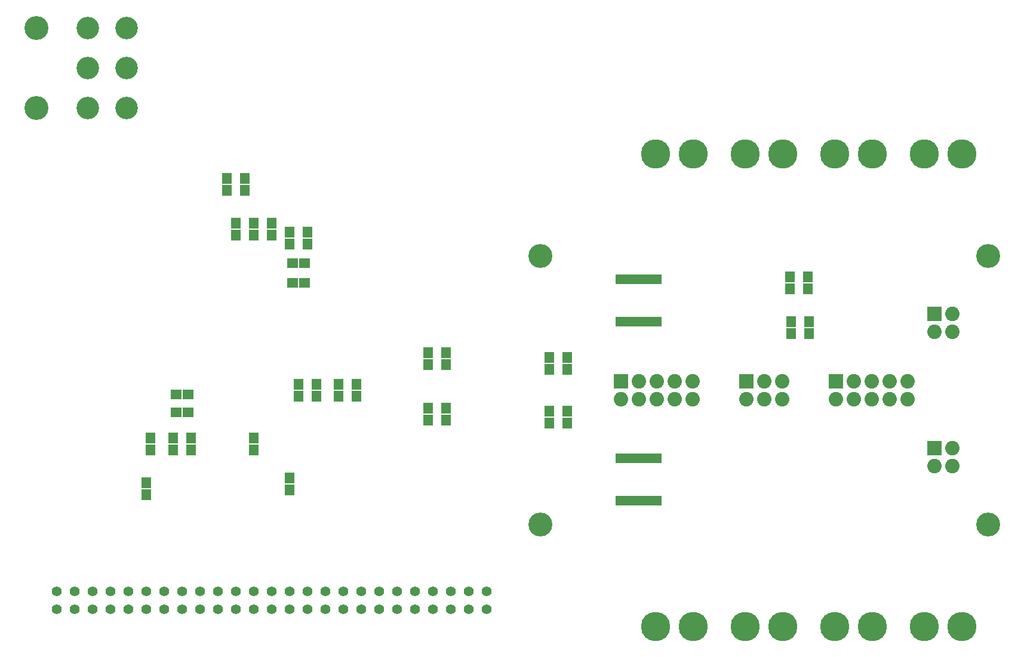
<source format=gbs>
G04 (created by PCBNEW (2013-mar-13)-testing) date Sun 30 Mar 2014 08:45:38 PM PDT*
%MOIN*%
G04 Gerber Fmt 3.4, Leading zero omitted, Abs format*
%FSLAX34Y34*%
G01*
G70*
G90*
G04 APERTURE LIST*
%ADD10C,0.005906*%
%ADD11C,0.055748*%
%ADD12R,0.080709X0.080709*%
%ADD13C,0.080709*%
%ADD14C,0.133858*%
%ADD15C,0.163748*%
%ADD16R,0.055118X0.059055*%
%ADD17R,0.059055X0.055118*%
%ADD18C,0.125984*%
%ADD19R,0.029528X0.055118*%
G04 APERTURE END LIST*
G54D10*
G54D11*
X69500Y-55250D03*
X69500Y-54250D03*
X70500Y-55250D03*
X70500Y-54250D03*
X71500Y-55250D03*
X71500Y-54250D03*
X72500Y-55250D03*
X72500Y-54250D03*
X73500Y-55250D03*
X73500Y-54250D03*
X74500Y-55250D03*
X74500Y-54250D03*
X75500Y-55250D03*
X75500Y-54250D03*
X76500Y-55250D03*
X76500Y-54250D03*
X77500Y-55250D03*
X77500Y-54250D03*
X78500Y-55250D03*
X78500Y-54250D03*
X79500Y-55250D03*
X79500Y-54250D03*
X80500Y-55250D03*
X80500Y-54250D03*
X81500Y-55250D03*
X81500Y-54250D03*
X82500Y-55250D03*
X82500Y-54250D03*
X83500Y-55250D03*
X83500Y-54250D03*
X84500Y-55250D03*
X84500Y-54250D03*
X85500Y-55250D03*
X85500Y-54250D03*
X86500Y-55250D03*
X86500Y-54250D03*
X87500Y-55250D03*
X87500Y-54250D03*
X88500Y-55250D03*
X88500Y-54250D03*
X89500Y-55250D03*
X89500Y-54250D03*
X90500Y-55250D03*
X90500Y-54250D03*
X91500Y-55250D03*
X91500Y-54250D03*
X92500Y-55250D03*
X92500Y-54250D03*
X93500Y-55250D03*
X93500Y-54250D03*
G54D12*
X101000Y-42500D03*
G54D13*
X101000Y-43500D03*
X102000Y-42500D03*
X102000Y-43500D03*
X103000Y-42500D03*
X103000Y-43500D03*
X104000Y-42500D03*
X104000Y-43500D03*
X105000Y-42500D03*
X105000Y-43500D03*
G54D12*
X113000Y-42500D03*
G54D13*
X113000Y-43500D03*
X114000Y-42500D03*
X114000Y-43500D03*
X115000Y-42500D03*
X115000Y-43500D03*
X116000Y-42500D03*
X116000Y-43500D03*
X117000Y-42500D03*
X117000Y-43500D03*
G54D12*
X108000Y-42500D03*
G54D13*
X109000Y-42500D03*
X108000Y-43500D03*
X109000Y-43500D03*
X110000Y-42500D03*
X110000Y-43500D03*
G54D12*
X118500Y-38750D03*
G54D13*
X118500Y-39750D03*
X119500Y-38750D03*
X119500Y-39750D03*
G54D12*
X118500Y-46250D03*
G54D13*
X118500Y-47250D03*
X119500Y-46250D03*
X119500Y-47250D03*
G54D14*
X96500Y-35500D03*
X121500Y-50500D03*
X121500Y-35500D03*
X96500Y-50500D03*
G54D15*
X102950Y-29790D03*
X105050Y-29790D03*
X120050Y-56210D03*
X117950Y-56210D03*
X110050Y-56210D03*
X107950Y-56210D03*
X105050Y-56210D03*
X102950Y-56210D03*
X117950Y-29790D03*
X120050Y-29790D03*
X112950Y-29790D03*
X115050Y-29790D03*
X115050Y-56210D03*
X112950Y-56210D03*
X107950Y-29790D03*
X110050Y-29790D03*
G54D16*
X81500Y-34334D03*
X81500Y-33665D03*
G54D17*
X82665Y-37000D03*
X83334Y-37000D03*
G54D16*
X80500Y-33665D03*
X80500Y-34334D03*
X79500Y-33665D03*
X79500Y-34334D03*
G54D17*
X82665Y-35900D03*
X83334Y-35900D03*
G54D16*
X82500Y-34165D03*
X82500Y-34834D03*
X83500Y-34165D03*
X83500Y-34834D03*
X80000Y-31165D03*
X80000Y-31834D03*
X79000Y-31165D03*
X79000Y-31834D03*
X74750Y-45665D03*
X74750Y-46334D03*
G54D17*
X76834Y-44250D03*
X76165Y-44250D03*
X76834Y-43250D03*
X76165Y-43250D03*
G54D16*
X74500Y-48834D03*
X74500Y-48165D03*
X77000Y-45665D03*
X77000Y-46334D03*
X76000Y-45665D03*
X76000Y-46334D03*
X86250Y-43334D03*
X86250Y-42665D03*
X85250Y-43334D03*
X85250Y-42665D03*
X84000Y-43334D03*
X84000Y-42665D03*
X83000Y-43334D03*
X83000Y-42665D03*
X80500Y-45665D03*
X80500Y-46334D03*
X82500Y-48584D03*
X82500Y-47915D03*
X91250Y-44684D03*
X91250Y-44015D03*
X90250Y-44684D03*
X90250Y-44015D03*
X91250Y-40915D03*
X91250Y-41584D03*
X90250Y-40915D03*
X90250Y-41584D03*
X97000Y-44834D03*
X97000Y-44165D03*
X98000Y-44834D03*
X98000Y-44165D03*
X97000Y-41165D03*
X97000Y-41834D03*
X98000Y-41165D03*
X98000Y-41834D03*
X110500Y-39834D03*
X110500Y-39165D03*
X111500Y-39834D03*
X111500Y-39165D03*
X111450Y-36665D03*
X111450Y-37334D03*
X110450Y-36665D03*
X110450Y-37334D03*
G54D18*
X71250Y-27244D03*
X71250Y-25000D03*
X71250Y-22755D03*
X73415Y-27244D03*
X73415Y-25000D03*
X73415Y-22755D03*
G54D14*
X68375Y-27244D03*
X68375Y-22755D03*
G54D19*
X102127Y-39181D03*
X102383Y-39181D03*
X102639Y-39181D03*
X102895Y-39181D03*
X103151Y-39181D03*
X101872Y-39181D03*
X101616Y-39181D03*
X101360Y-39181D03*
X101104Y-39181D03*
X100848Y-39181D03*
X100848Y-36818D03*
X101104Y-36818D03*
X101360Y-36818D03*
X101616Y-36818D03*
X101872Y-36818D03*
X102127Y-36818D03*
X102383Y-36818D03*
X102639Y-36818D03*
X102895Y-36818D03*
X103151Y-36818D03*
X101872Y-46818D03*
X101616Y-46818D03*
X101360Y-46818D03*
X101104Y-46818D03*
X100848Y-46818D03*
X102127Y-46818D03*
X102383Y-46818D03*
X102639Y-46818D03*
X102895Y-46818D03*
X103151Y-46818D03*
X103151Y-49181D03*
X102895Y-49181D03*
X102639Y-49181D03*
X102383Y-49181D03*
X102127Y-49181D03*
X101872Y-49181D03*
X101616Y-49181D03*
X101360Y-49181D03*
X101104Y-49181D03*
X100848Y-49181D03*
M02*

</source>
